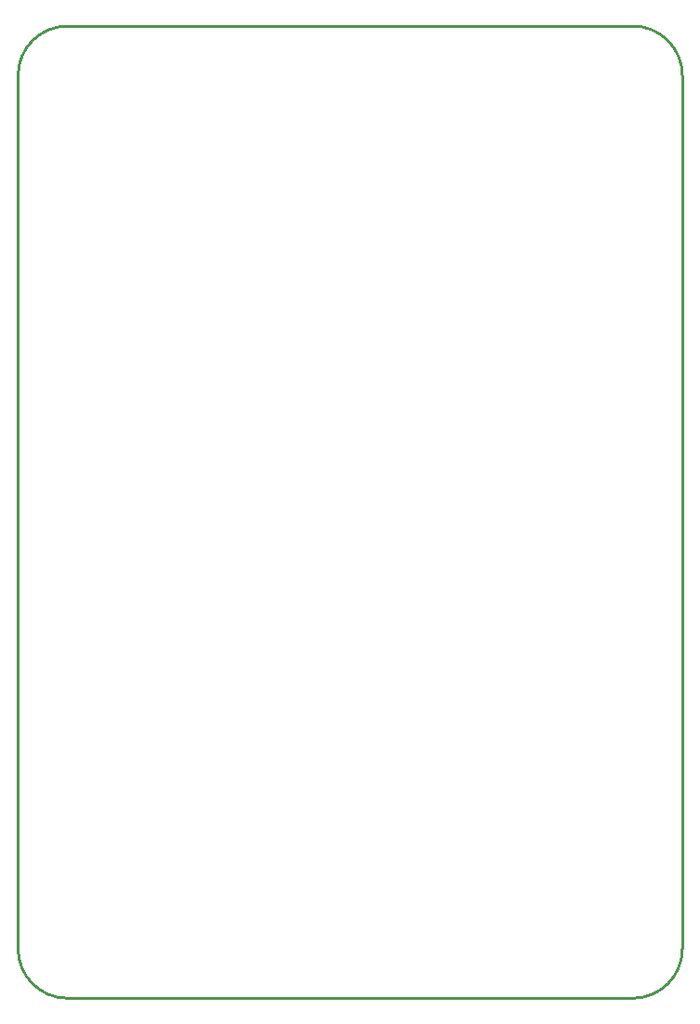
<source format=gbr>
%TF.GenerationSoftware,Altium Limited,Altium Designer,25.2.1 (25)*%
G04 Layer_Color=16711935*
%FSLAX43Y43*%
%MOMM*%
%TF.SameCoordinates,B664DB7D-B6DB-4AC9-9DB7-209C64ECDA10*%
%TF.FilePolarity,Positive*%
%TF.FileFunction,Keep-out,Top*%
%TF.Part,Single*%
G01*
G75*
%TA.AperFunction,NonConductor*%
%ADD31C,0.254*%
D31*
X60500Y84000D02*
G03*
X56000Y88500I-4500J0D01*
G01*
X4500D02*
G03*
X0Y84000I0J-4500D01*
G01*
X56000Y0D02*
G03*
X60500Y4500I0J4500D01*
G01*
X0D02*
G03*
X4500Y0I4500J0D01*
G01*
X60500Y4500D02*
Y84000D01*
X4500Y88500D02*
X56000D01*
X0Y4500D02*
Y84000D01*
X4500Y0D02*
X56000D01*
%TF.MD5,f98ae1c085c1fdb87ed0c07d374c5231*%
M02*

</source>
